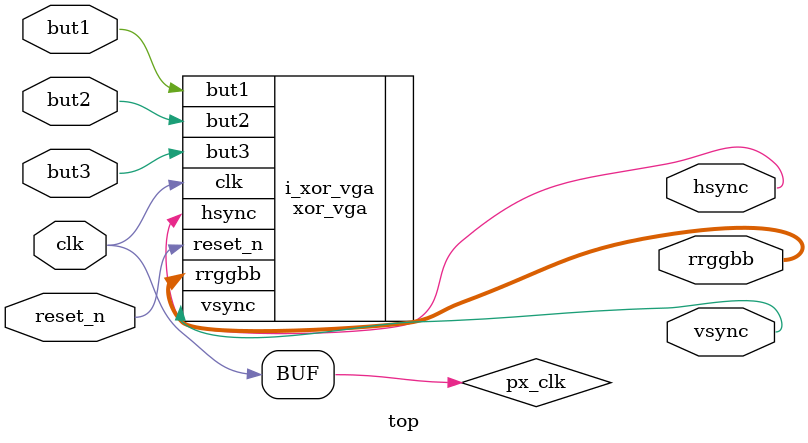
<source format=v>
`default_nettype none

module top (
    input  wire       clk    ,
    input  wire       reset_n,
    input  wire       but1,
    input  wire       but2,
    input  wire       but3,
    output wire       hsync  ,
    output wire       vsync  ,
    output wire [5:0] rrggbb
);

    wire px_clk;

    // Generated values for pixel clock of 31.5Mhz and 72Hz frame frecuency.
    // # icepll -i12 -o31.5
    //
    // F_PLLIN:    12.000 MHz (given)
    // F_PLLOUT:   31.500 MHz (requested)
    // F_PLLOUT:   31.500 MHz (achieved)
    //
    // FEEDBACK: SIMPLE
    // F_PFD:   12.000 MHz
    // F_VCO: 1008.000 MHz
    //
    // DIVR:  0 (4'b0000)
    // DIVF: 83 (7'b1010011)
    // DIVQ:  5 (3'b101)
    //
    // FILTER_RANGE: 1 (3'b001)
    //
    `ifdef SYNTH
        SB_PLL40_PAD #(
            .FEEDBACK_PATH("SIMPLE"  ),
            .DIVR         (4'b0000   ),
            .DIVF         (7'b1010011),
            .DIVQ         (3'b101    ),
            .FILTER_RANGE (3'b001    )
        ) uut (
            .RESETB    (1'b1  ),
            .BYPASS    (1'b0  ),
            .PACKAGEPIN(clk   ),
            .PLLOUTCORE(px_clk)
        );
    `else
        assign px_clk = clk;
    `endif

    xor_vga i_xor_vga (
        .clk    (px_clk ),
        .reset_n(reset_n),
        .but1   (but1   ),
        .but2   (but2   ),
        .but3   (but3   ),
        .hsync  (hsync  ),
        .vsync  (vsync  ),
        .rrggbb (rrggbb )
    );

endmodule

</source>
